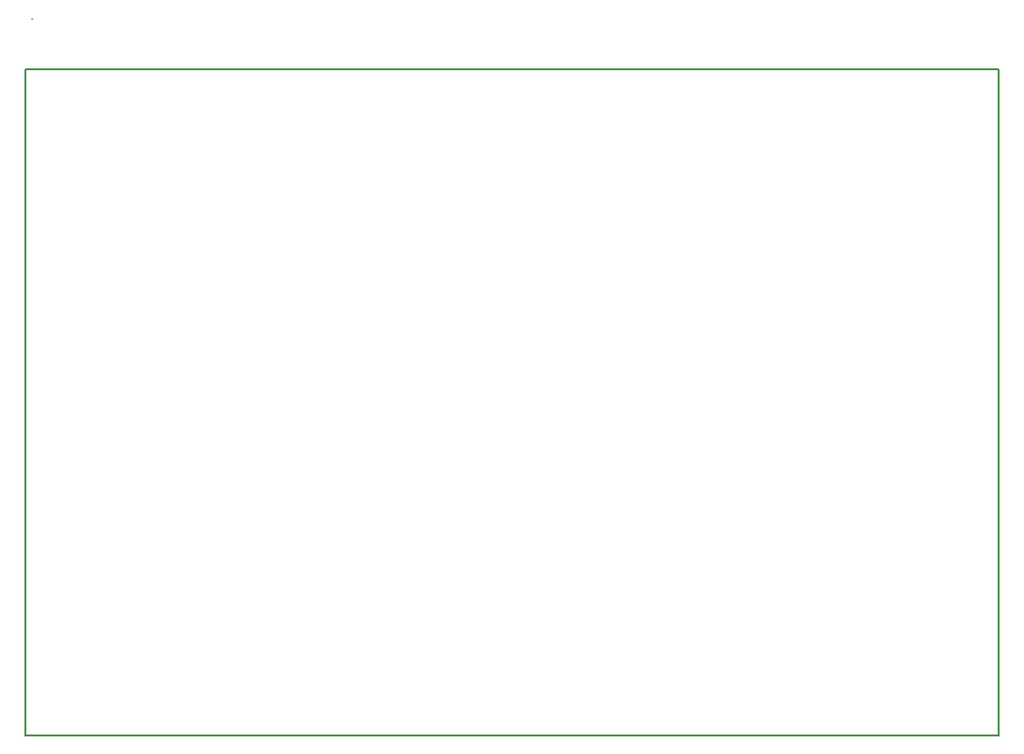
<source format=gm1>
G04 #@! TF.GenerationSoftware,KiCad,Pcbnew,(2017-03-04 revision f18196186)-makepkg*
G04 #@! TF.CreationDate,2017-03-09T17:33:05-05:00*
G04 #@! TF.ProjectId,C-CAN_Y17,432D43414E5F5931372E6B696361645F,rev?*
G04 #@! TF.FileFunction,Profile,NP*
%FSLAX46Y46*%
G04 Gerber Fmt 4.6, Leading zero omitted, Abs format (unit mm)*
G04 Created by KiCad (PCBNEW (2017-03-04 revision f18196186)-makepkg) date 03/09/17 17:33:05*
%MOMM*%
%LPD*%
G01*
G04 APERTURE LIST*
%ADD10C,0.100000*%
%ADD11C,0.150000*%
G04 APERTURE END LIST*
D10*
D11*
X96520000Y-128905000D02*
X96520000Y-128905000D01*
X96520000Y-128905000D02*
X96520000Y-128905000D01*
X96520000Y-71120000D02*
X96520000Y-128905000D01*
X180975000Y-71120000D02*
X96520000Y-71120000D01*
X180975000Y-128905000D02*
X180975000Y-71120000D01*
X180975000Y-128905000D02*
X180975000Y-128905000D01*
X97155000Y-66675000D02*
X97155000Y-66675000D01*
X180975000Y-128905000D02*
X96520000Y-128905000D01*
M02*

</source>
